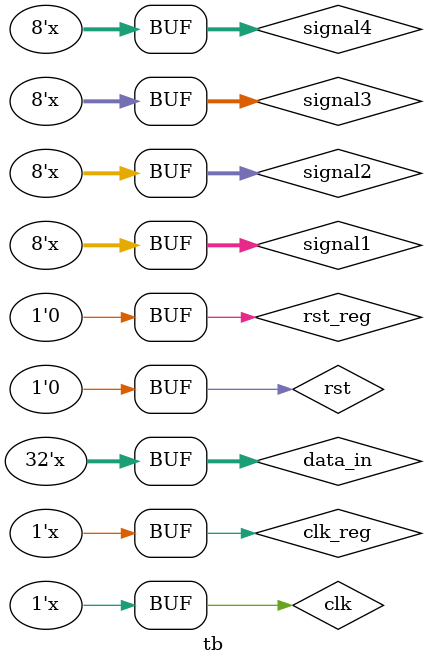
<source format=v>
`timescale 1ns / 1ns

module tb();

reg clk_reg;
reg rst_reg;

reg [7:0]signal1;
reg [7:0]signal2;
reg [7:0]signal3;
reg [7:0]signal4;

wire [31:0]data_in;
wire [31:0]data_out;
wire clk;
wire data_v;

initial begin
clk_reg=0;
rst_reg=1;
signal1=0;
signal2=0;
signal3=0;
signal4=0;
#100
rst_reg=0;
end

always #1 clk_reg=~clk_reg;
assign clk=clk_reg;
assign rst=rst_reg;
always #1 signal1=signal1+1;
always #5 signal2=signal2+1;
always #9 signal3=signal3+1;
always #20 signal4=signal4+1;
assign data_in=signal1+signal2+signal3+signal4;

k732_hls_fir_filter_ip k732_hls_fir_filter_ip_inst(
					.ap_clk(clk),
					.ap_rst(rst),
					.input_r(data_in),
					.fir_time(20),
					.output_r(data_out),
					.result_valid(data_v)
							);

endmodule




</source>
